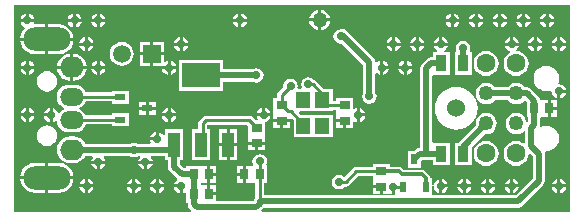
<source format=gbl>
%FSTAX23Y23*%
%MOIN*%
%SFA1B1*%

%IPPOS*%
%ADD14C,0.011810*%
%ADD15C,0.010000*%
%ADD16R,0.037400X0.027560*%
%ADD17R,0.027560X0.037400*%
%ADD37C,0.019680*%
%ADD39C,0.059060*%
%ADD40R,0.059060X0.059060*%
%ADD41C,0.062990*%
%ADD42C,0.049210*%
%ADD43C,0.060000*%
%ADD44O,0.078740X0.068900*%
%ADD45O,0.078740X0.059060*%
%ADD46O,0.157480X0.078740*%
%ADD47C,0.027560*%
%ADD48C,0.050000*%
%ADD49R,0.037400X0.055120*%
%ADD50R,0.023620X0.035430*%
%ADD51R,0.035430X0.023620*%
%ADD52R,0.047240X0.055120*%
%ADD53R,0.127950X0.084650*%
%ADD54R,0.039370X0.084650*%
%LNmidi_stick-1*%
%LPD*%
G36*
X04605Y0259D02*
X03577D01*
X03575Y02595*
X03584Y02603*
X03585Y02604*
X04431*
X04439Y02606*
X04445Y0261*
X04514Y02679*
X04518Y02685*
X0452Y02693*
Y02784*
X04519Y02788*
X04523Y02792*
X04525Y02792*
X04535Y02794*
X04546Y02798*
X04555Y02804*
X04561Y02813*
X04566Y02824*
X04567Y02835*
X04566Y02845*
X04561Y02856*
X04555Y02865*
X04546Y02871*
X04535Y02876*
X04525Y02877*
X04514Y02876*
X04508Y02873*
X04504Y02877*
X04504Y02879*
Y02902*
X04508Y02906*
X04511*
X04513*
X0453*
Y02935*
Y02963*
X04513*
X04511*
X04508*
X04506*
X04504*
X04503Y02968*
X04498Y02974*
X04474Y02999*
X04467Y03003*
X0446Y03005*
X04453*
X04449Y03009*
X04442Y03015*
X04434Y03018*
X04425Y03019*
X04415Y03018*
X04407Y03015*
X044Y03009*
X04396Y03005*
X04353*
X04349Y03009*
X04342Y03015*
X04334Y03018*
X04325Y03019*
X04315Y03018*
X04307Y03015*
X043Y03009*
X04294Y03002*
X04291Y02994*
X0429Y02985*
X04291Y02975*
X04294Y02967*
X043Y0296*
X04307Y02954*
X04315Y02951*
X04325Y0295*
X04334Y02951*
X04342Y02954*
X04349Y0296*
X04353Y02964*
X04396*
X044Y0296*
X04407Y02954*
X04415Y02951*
X04425Y0295*
X04434Y02951*
X04442Y02954*
X04449Y0296*
X0445Y0296*
X04455Y02961*
X0446Y02955*
Y02906*
X04464*
Y0289*
X04459Y0289*
X04458Y02894*
X04455Y02902*
X04449Y02909*
X04442Y02915*
X04434Y02918*
X04425Y02919*
X04415Y02918*
X04407Y02915*
X044Y02909*
X04394Y02902*
X04391Y02894*
X0439Y02885*
X04391Y02875*
X04394Y02867*
X044Y0286*
X04407Y02854*
X04415Y02851*
X04425Y0285*
X04434Y02851*
X04442Y02854*
X04449Y0286*
X0445Y0286*
X04454Y02859*
Y0282*
X04449Y02818*
X04445Y02821*
X04435Y02825*
X04425Y02826*
X04414Y02825*
X04404Y02821*
X04395Y02814*
X04388Y02805*
X04384Y02795*
X04383Y02785*
X04384Y02774*
X04388Y02764*
X04395Y02755*
X04404Y02748*
X04414Y02744*
X04425Y02743*
X04435Y02744*
X04445Y02748*
X04454Y02755*
X04461Y02764*
X04465Y02774*
X04466Y02782*
X04471Y02784*
X04479Y02776*
Y02701*
X04423Y02645*
X04148*
X04144Y02647*
Y0265*
Y02675*
X04149Y02676*
X04149Y02673*
X0415Y02667*
X04156Y0266*
X04163Y02654*
X04168Y02653*
Y02677*
Y027*
X04163Y02699*
X04156Y02694*
X0415Y02686*
X04149Y0268*
X04149Y02678*
X04144Y02678*
Y02702*
X04138*
Y02702*
X04137Y02708*
X04133Y02714*
X04121Y02726*
X04116Y02729*
X0411Y02731*
X04051*
X04045Y02737*
X0404Y0274*
X04034Y02741*
X04003*
Y02749*
X03946*
Y0274*
X03891*
X03886Y02739*
X03881Y02736*
X03851Y02707*
X0385Y02707*
X03842Y02712*
X03833Y02714*
X03824Y02712*
X03816Y02707*
X0381Y02699*
X03809Y0269*
X0381Y0268*
X03816Y02672*
X03824Y02667*
X03833Y02665*
X03842Y02667*
X0385Y02672*
X03851Y02674*
X03856*
X03862Y02675*
X03867Y02679*
X03898Y0271*
X03946*
Y02701*
Y02698*
Y02679*
X03975*
Y02674*
X0398*
Y0265*
X04003*
X04008Y02651*
X0401Y02651*
Y02674*
X0402*
Y02647*
X04021Y02646*
X04021Y02646*
X0402Y02645*
X03585*
Y02686*
X03593*
Y02743*
X03591Y02748*
X03592Y02749*
X03594Y02758*
X03592Y02767*
X03587Y02775*
X03579Y02781*
X0357Y02782*
X0356Y02781*
X03552Y02775*
X03547Y02767*
X03545Y02758*
X03547Y02749*
X03548Y02748*
X03546Y02743*
X03542*
X03541*
X03523*
Y02715*
Y02686*
X03541*
X03542*
X03546*
X03547*
X03554*
Y02637*
X03551Y02632*
X0355Y02626*
X03548Y02625*
X03424*
Y02645*
X034*
Y0265*
X03395*
Y02678*
X03376*
X03374*
X03373Y02679*
X03372Y02686*
X03373Y02686*
X03376*
X03378*
X03395*
Y02715*
Y02743*
X03378*
X03376*
X03373*
X03371*
X03325*
Y02735*
X03318*
X03304Y02748*
Y02762*
X03314*
Y02867*
X03254*
Y02846*
X03249Y02845*
X03245Y02851*
X03237Y02857*
X03233Y02857*
Y02834*
X03228*
Y02829*
X03205*
X03205Y02825*
X03207Y02822*
X03205Y02817*
X03162*
X03159Y02819*
X0315Y02821*
X0314Y02819*
X03137Y02817*
X02987*
X02986Y02819*
X02979Y02828*
X0297Y02836*
X02959Y0284*
X02948Y02842*
X02938*
X02926Y0284*
X02915Y02836*
X02906Y02828*
X02899Y02819*
X02894Y02808*
X02893Y02797*
X02894Y02785*
X02899Y02774*
X02906Y02765*
X02915Y02758*
X02926Y02753*
X02938Y02752*
X02948*
X02959Y02753*
X0297Y02758*
X02979Y02765*
X02986Y02774*
X02987Y02776*
X03011*
X03013Y02771*
X03009Y02765*
X03008Y0276*
X03054*
X03053Y02765*
X03049Y02771*
X03051Y02776*
X03137*
X0314Y02774*
X0315Y02772*
X03159Y02774*
X03162Y02776*
X03169*
X03171Y02771*
X03166Y02765*
X03165Y0276*
X03212*
X03211Y02765*
X03206Y02771*
X03208Y02776*
X03254*
Y02762*
X03264*
Y0274*
X03265Y02732*
X0327Y02726*
X03293Y02702*
X03293Y02696*
X03289Y02694*
X03284Y02686*
X03283Y02682*
X03307*
Y02677*
X03312*
Y02653*
X03316Y02654*
X0332Y02657*
X03325Y02654*
Y02621*
X03329*
Y02615*
X0333Y02607*
X03335Y02601*
X03341Y02595*
X03339Y0259*
X0275*
Y0328*
X04605*
Y0259*
G37*
%LNmidi_stick-2*%
%LPC*%
G36*
X03775Y03264D02*
Y03235D01*
X03804*
X03804Y03239*
X038Y03247*
X03794Y03254*
X03787Y0326*
X03779Y03264*
X03775Y03264*
G37*
G36*
X03765D02*
X0376Y03264D01*
X03752Y0326*
X03745Y03254*
X03739Y03247*
X03735Y03239*
X03735Y03235*
X03765*
Y03264*
G37*
G36*
X04532Y03251D02*
Y03233D01*
X0455*
X04549Y03237*
X04544Y03245*
X04536Y0325*
X04532Y03251*
G37*
G36*
X04522D02*
X04518Y0325D01*
X0451Y03245*
X04505Y03237*
X04504Y03233*
X04522*
Y03251*
G37*
G36*
X04453D02*
Y03233D01*
X04472*
X04471Y03237*
X04465Y03245*
X04458Y0325*
X04453Y03251*
G37*
G36*
X04443D02*
X04439Y0325D01*
X04431Y03245*
X04426Y03237*
X04425Y03233*
X04443*
Y03251*
G37*
G36*
X04375D02*
Y03233D01*
X04393*
X04392Y03237*
X04387Y03245*
X04379Y0325*
X04375Y03251*
G37*
G36*
X04365D02*
X0436Y0325D01*
X04352Y03245*
X04347Y03237*
X04346Y03233*
X04365*
Y03251*
G37*
G36*
X04296D02*
Y03233D01*
X04314*
X04313Y03237*
X04308Y03245*
X043Y0325*
X04296Y03251*
G37*
G36*
X04286D02*
X04282Y0325D01*
X04274Y03245*
X04268Y03237*
X04268Y03233*
X04286*
Y03251*
G37*
G36*
X04217D02*
Y03233D01*
X04235*
X04235Y03237*
X04229Y03245*
X04221Y0325*
X04217Y03251*
G37*
G36*
X04207D02*
X04203Y0325D01*
X04195Y03245*
X0419Y03237*
X04189Y03233*
X04207*
Y03251*
G37*
G36*
X03508D02*
Y03233D01*
X03527*
X03526Y03237*
X03521Y03245*
X03513Y0325*
X03508Y03251*
G37*
G36*
X03498D02*
X03494Y0325D01*
X03486Y03245*
X03481Y03237*
X0348Y03233*
X03498*
Y03251*
G37*
G36*
X03036D02*
Y03233D01*
X03054*
X03053Y03237*
X03048Y03245*
X0304Y0325*
X03036Y03251*
G37*
G36*
X03026D02*
X03022Y0325D01*
X03014Y03245*
X03009Y03237*
X03008Y03233*
X03026*
Y03251*
G37*
G36*
X02957D02*
Y03233D01*
X02976*
X02975Y03237*
X02969Y03245*
X02962Y0325*
X02957Y03251*
G37*
G36*
X02947D02*
X02943Y0325D01*
X02935Y03245*
X0293Y03237*
X02929Y03233*
X02947*
Y03251*
G37*
G36*
X028D02*
Y03233D01*
X02818*
X02817Y03237*
X02812Y03245*
X02804Y0325*
X028Y03251*
G37*
G36*
X0279D02*
X02786Y0325D01*
X02778Y03245*
X02772Y03237*
X02772Y03233*
X0279*
Y03251*
G37*
G36*
X0455Y03223D02*
X04532D01*
Y03205*
X04536Y03205*
X04544Y03211*
X04549Y03219*
X0455Y03223*
G37*
G36*
X04522D02*
X04504D01*
X04505Y03219*
X0451Y03211*
X04518Y03205*
X04522Y03205*
Y03223*
G37*
G36*
X04472D02*
X04453D01*
Y03205*
X04458Y03205*
X04465Y03211*
X04471Y03219*
X04472Y03223*
G37*
G36*
X04443D02*
X04425D01*
X04426Y03219*
X04431Y03211*
X04439Y03205*
X04443Y03205*
Y03223*
G37*
G36*
X04393D02*
X04375D01*
Y03205*
X04379Y03205*
X04387Y03211*
X04392Y03219*
X04393Y03223*
G37*
G36*
X04365D02*
X04346D01*
X04347Y03219*
X04352Y03211*
X0436Y03205*
X04365Y03205*
Y03223*
G37*
G36*
X04314D02*
X04296D01*
Y03205*
X043Y03205*
X04308Y03211*
X04313Y03219*
X04314Y03223*
G37*
G36*
X04286D02*
X04268D01*
X04268Y03219*
X04274Y03211*
X04282Y03205*
X04286Y03205*
Y03223*
G37*
G36*
X04235D02*
X04217D01*
Y03205*
X04221Y03205*
X04229Y03211*
X04235Y03219*
X04235Y03223*
G37*
G36*
X04207D02*
X04189D01*
X0419Y03219*
X04195Y03211*
X04203Y03205*
X04207Y03205*
Y03223*
G37*
G36*
X03527D02*
X03508D01*
Y03205*
X03513Y03205*
X03521Y03211*
X03526Y03219*
X03527Y03223*
G37*
G36*
X03498D02*
X0348D01*
X03481Y03219*
X03486Y03211*
X03494Y03205*
X03498Y03205*
Y03223*
G37*
G36*
X03054D02*
X03036D01*
Y03205*
X0304Y03205*
X03048Y03211*
X03053Y03219*
X03054Y03223*
G37*
G36*
X03026D02*
X03008D01*
X03009Y03219*
X03014Y03211*
X03022Y03205*
X03026Y03205*
Y03223*
G37*
G36*
X02976D02*
X02957D01*
Y03205*
X02962Y03205*
X02969Y03211*
X02975Y03219*
X02976Y03223*
G37*
G36*
X02947D02*
X02929D01*
X0293Y03219*
X02935Y03211*
X02943Y03205*
X02947Y03205*
Y03223*
G37*
G36*
X03845Y032D02*
X0384Y03199D01*
X0384*
X0383Y03197*
X03822Y03192*
X03817Y03184*
X03815Y03175*
X03817Y03165*
X03822Y03157*
X0383Y03152*
X0384Y0315*
X03844Y03151*
X03914Y03081*
Y02987*
X03912Y02984*
X0391Y02975*
X03912Y02965*
X03917Y02957*
X03925Y02952*
X03935Y0295*
X03944Y02952*
X03952Y02957*
X03957Y02965*
X03959Y02975*
X03957Y02984*
X03955Y02987*
Y03051*
X0396Y03053*
X03967Y03048*
X03971Y03047*
Y0307*
Y03094*
X03967Y03093*
X0396Y03088*
X03956Y03089*
X03955Y0309*
X03953Y03097*
X03949Y03104*
X03859Y03194*
X03852Y03198*
X03845Y032*
G37*
G36*
X03804Y03225D02*
X03775D01*
Y03195*
X03779Y03195*
X03787Y03199*
X03794Y03205*
X038Y03212*
X03804Y0322*
X03804Y03225*
G37*
G36*
X03765D02*
X03735D01*
X03735Y0322*
X03739Y03212*
X03745Y03205*
X03752Y03199*
X0376Y03195*
X03765Y03195*
Y03225*
G37*
G36*
X02899Y03215D02*
X02865D01*
Y0317*
X02948*
X02947Y03178*
X02942Y0319*
X02935Y032*
X02924Y03208*
X02912Y03213*
X02899Y03215*
G37*
G36*
X02818Y03223D02*
X02772D01*
X02772Y03219*
X02778Y03211*
X02785Y03206*
X02786Y03201*
X02785Y032*
X02777Y0319*
X02772Y03178*
X02771Y0317*
X02855*
Y03215*
X02821*
X0282Y03215*
X02817Y03219*
X02818Y03223*
G37*
G36*
X04571Y03172D02*
Y03154D01*
X0459*
X04589Y03158*
X04584Y03166*
X04576Y03172*
X04571Y03172*
G37*
G36*
X04561D02*
X04557Y03172D01*
X04549Y03166*
X04544Y03158*
X04543Y03154*
X04561*
Y03172*
G37*
G36*
X04493D02*
Y03154D01*
X04511*
X0451Y03158*
X04505Y03166*
X04497Y03172*
X04493Y03172*
G37*
G36*
X04483D02*
X04478Y03172D01*
X04471Y03166*
X04465Y03158*
X04464Y03154*
X04483*
Y03172*
G37*
G36*
X04414D02*
Y03154D01*
X04432*
X04431Y03158*
X04426Y03166*
X04418Y03172*
X04414Y03172*
G37*
G36*
X04404D02*
X044Y03172D01*
X04392Y03166*
X04387Y03158*
X04386Y03154*
X04404*
Y03172*
G37*
G36*
X04178D02*
Y03154D01*
X04196*
X04195Y03158*
X0419Y03166*
X04182Y03172*
X04178Y03172*
G37*
G36*
X04168D02*
X04163Y03172D01*
X04156Y03166*
X0415Y03158*
X04149Y03154*
X04168*
Y03172*
G37*
G36*
X04099D02*
Y03154D01*
X04117*
X04116Y03158*
X04111Y03166*
X04103Y03172*
X04099Y03172*
G37*
G36*
X04089D02*
X04085Y03172D01*
X04077Y03166*
X04072Y03158*
X04071Y03154*
X04089*
Y03172*
G37*
G36*
X0402D02*
Y03154D01*
X04039*
X04038Y03158*
X04032Y03166*
X04025Y03172*
X0402Y03172*
G37*
G36*
X0401D02*
X04006Y03172D01*
X03998Y03166*
X03993Y03158*
X03992Y03154*
X0401*
Y03172*
G37*
G36*
X03312D02*
Y03154D01*
X0333*
X03329Y03158*
X03324Y03166*
X03316Y03172*
X03312Y03172*
G37*
G36*
X03302D02*
X03297Y03172D01*
X03289Y03166*
X03284Y03158*
X03283Y03154*
X03302*
Y03172*
G37*
G36*
X02997D02*
Y03154D01*
X03015*
X03014Y03158*
X03009Y03166*
X03001Y03172*
X02997Y03172*
G37*
G36*
X02987D02*
X02982Y03172D01*
X02974Y03166*
X02969Y03158*
X02968Y03154*
X02987*
Y03172*
G37*
G36*
X0333Y03144D02*
X03312D01*
Y03126*
X03316Y03127*
X03324Y03132*
X03329Y0314*
X0333Y03144*
G37*
G36*
X03302D02*
X03283D01*
X03284Y0314*
X03289Y03132*
X03297Y03127*
X03302Y03126*
Y03144*
G37*
G36*
X03015D02*
X02997D01*
Y03126*
X03001Y03127*
X03009Y03132*
X03014Y0314*
X03015Y03144*
G37*
G36*
X02987D02*
X02968D01*
X02969Y0314*
X02974Y03132*
X02982Y03127*
X02987Y03126*
Y03144*
G37*
G36*
X0459D02*
X04571D01*
Y03126*
X04576Y03127*
X04584Y03132*
X04589Y0314*
X0459Y03144*
G37*
G36*
X04561D02*
X04543D01*
X04544Y0314*
X04549Y03132*
X04557Y03127*
X04561Y03126*
Y03144*
G37*
G36*
X04511D02*
X04493D01*
Y03126*
X04497Y03127*
X04505Y03132*
X0451Y0314*
X04511Y03144*
G37*
G36*
X04483D02*
X04464D01*
X04465Y0314*
X04471Y03132*
X04478Y03127*
X04483Y03126*
Y03144*
G37*
G36*
X04117D02*
X04099D01*
Y03126*
X04103Y03127*
X04111Y03132*
X04116Y0314*
X04117Y03144*
G37*
G36*
X04089D02*
X04071D01*
X04072Y0314*
X04077Y03132*
X04085Y03127*
X04089Y03126*
Y03144*
G37*
G36*
X04039D02*
X0402D01*
Y03126*
X04025Y03127*
X04032Y03132*
X04038Y0314*
X04039Y03144*
G37*
G36*
X0401D02*
X03992D01*
X03993Y0314*
X03998Y03132*
X04006Y03127*
X0401Y03126*
Y03144*
G37*
G36*
X03249Y03156D02*
X03215D01*
Y03122*
X03249*
Y03156*
G37*
G36*
X03205D02*
X0317D01*
Y03122*
X03205*
Y03156*
G37*
G36*
X02948Y0316D02*
X02865D01*
Y03115*
X02899*
X02912Y03117*
X02924Y03122*
X02935Y0313*
X02942Y0314*
X02947Y03152*
X02948Y0316*
G37*
G36*
X02855D02*
X02771D01*
X02772Y03152*
X02777Y0314*
X02785Y0313*
X02796Y03122*
X02808Y03117*
X02821Y03115*
X02855*
Y0316*
G37*
G36*
X02948Y03117D02*
Y03077D01*
X02992*
X02991Y03084*
X02986Y03095*
X02979Y03104*
X0297Y03111*
X02959Y03116*
X02948Y03117*
G37*
G36*
X02938D02*
X02926Y03116D01*
X02915Y03111*
X02906Y03104*
X02899Y03095*
X02894Y03084*
X02894Y03077*
X02938*
Y03117*
G37*
G36*
X03205Y03112D02*
X0317D01*
Y03077*
X03205*
Y03112*
G37*
G36*
X0311Y03157D02*
X03099Y03155D01*
X0309Y03151*
X03081Y03145*
X03075Y03137*
X03071Y03127*
X0307Y03117*
X03071Y03106*
X03075Y03097*
X03081Y03088*
X0309Y03082*
X03099Y03078*
X0311Y03077*
X0312Y03078*
X03129Y03082*
X03138Y03088*
X03144Y03097*
X03148Y03106*
X03149Y03117*
X03148Y03127*
X03144Y03137*
X03138Y03145*
X03129Y03151*
X0312Y03155*
X0311Y03157*
G37*
G36*
X0406Y03094D02*
Y03075D01*
X04078*
X04077Y0308*
X04072Y03088*
X04064Y03093*
X0406Y03094*
G37*
G36*
X0405D02*
X04045Y03093D01*
X04037Y03088*
X04032Y0308*
X04031Y03075*
X0405*
Y03094*
G37*
G36*
X03981D02*
Y03075D01*
X03999*
X03998Y0308*
X03993Y03088*
X03985Y03093*
X03981Y03094*
G37*
G36*
X03272D02*
Y03075D01*
X0329*
X0329Y0308*
X03284Y03088*
X03277Y03093*
X03272Y03094*
G37*
G36*
X03249Y03112D02*
X03215D01*
Y03077*
X0324*
X03242Y03075*
X03262*
Y03094*
X03258Y03093*
X03254Y0309*
X03249Y03093*
Y03112*
G37*
G36*
X03036Y03094D02*
Y03075D01*
X03054*
X03053Y0308*
X03048Y03088*
X0304Y03093*
X03036Y03094*
G37*
G36*
X03026D02*
X03022Y03093D01*
X03014Y03088*
X03009Y0308*
X03008Y03075*
X03026*
Y03094*
G37*
G36*
X028D02*
Y03075D01*
X02818*
X02817Y0308*
X02812Y03088*
X02804Y03093*
X028Y03094*
G37*
G36*
X0279D02*
X02786Y03093D01*
X02778Y03088*
X02772Y0308*
X02772Y03075*
X0279*
Y03094*
G37*
G36*
X04078Y03065D02*
X0406D01*
Y03047*
X04064Y03048*
X04072Y03053*
X04077Y03061*
X04078Y03065*
G37*
G36*
X0405D02*
X04031D01*
X04032Y03061*
X04037Y03053*
X04045Y03048*
X0405Y03047*
Y03065*
G37*
G36*
X03999D02*
X03981D01*
Y03047*
X03985Y03048*
X03993Y03053*
X03998Y03061*
X03999Y03065*
G37*
G36*
X0329D02*
X03272D01*
Y03047*
X03277Y03048*
X03284Y03053*
X0329Y03061*
X0329Y03065*
G37*
G36*
X03262D02*
X03244D01*
X03245Y03061*
X0325Y03053*
X03258Y03048*
X03262Y03047*
Y03065*
G37*
G36*
X03054D02*
X03036D01*
Y03047*
X0304Y03048*
X03048Y03053*
X03053Y03061*
X03054Y03065*
G37*
G36*
X03026D02*
X03008D01*
X03009Y03061*
X03014Y03053*
X03022Y03048*
X03026Y03047*
Y03065*
G37*
G36*
X02818D02*
X028D01*
Y03047*
X02804Y03048*
X02812Y03053*
X02817Y03061*
X02818Y03065*
G37*
G36*
X0279D02*
X02772D01*
X02772Y03061*
X02778Y03053*
X02786Y03048*
X0279Y03047*
Y03065*
G37*
G36*
X04246Y03161D02*
X04237Y03159D01*
X04229Y03154*
X04224Y03146*
X04222Y03137*
X04224Y03127*
X04224Y03127*
X04222Y03122*
X04219*
Y03047*
X04276*
Y03122*
X04271*
X04269Y03127*
X04269Y03127*
X04271Y03137*
X04269Y03146*
X04264Y03154*
X04256Y03159*
X04246Y03161*
G37*
G36*
X04432Y03144D02*
X04386D01*
X04387Y0314*
X04392Y03132*
X044Y03127*
X04403Y03126*
X04404Y03121*
X04404Y03121*
X04395Y03114*
X04388Y03105*
X04384Y03095*
X04383Y03085*
X04384Y03074*
X04388Y03064*
X04395Y03055*
X04404Y03048*
X04414Y03044*
X04425Y03043*
X04435Y03044*
X04445Y03048*
X04454Y03055*
X04461Y03064*
X04465Y03074*
X04466Y03085*
X04465Y03095*
X04461Y03105*
X04454Y03114*
X04445Y03121*
X04435Y03125*
X04426Y03126*
X04425Y03131*
X04426Y03132*
X04431Y0314*
X04432Y03144*
G37*
G36*
X04325Y03126D02*
X04314Y03125D01*
X04304Y03121*
X04295Y03114*
X04288Y03105*
X04284Y03095*
X04283Y03085*
X04284Y03074*
X04288Y03064*
X04295Y03055*
X04304Y03048*
X04314Y03044*
X04325Y03043*
X04335Y03044*
X04345Y03048*
X04354Y03055*
X04361Y03064*
X04365Y03074*
X04366Y03085*
X04365Y03095*
X04361Y03105*
X04354Y03114*
X04345Y03121*
X04335Y03125*
X04325Y03126*
G37*
G36*
X02992Y03067D02*
X02948D01*
Y03027*
X02959Y03029*
X0297Y03033*
X02979Y03041*
X02986Y0305*
X02991Y03061*
X02992Y03067*
G37*
G36*
X02938D02*
X02894D01*
X02894Y03061*
X02899Y0305*
X02906Y03041*
X02915Y03033*
X02926Y03029*
X02938Y03027*
Y03067*
G37*
G36*
X03448Y03097D02*
X03301D01*
Y02992*
X03448*
Y03024*
X03545*
X03549Y03022*
X03558Y0302*
X03567Y03022*
X03575Y03027*
X0358Y03035*
X03582Y03045*
X0358Y03054*
X03575Y03062*
X03567Y03067*
X03558Y03069*
X03549Y03067*
X03546Y03065*
X03448*
Y03097*
G37*
G36*
X03731Y03039D02*
X03722Y03037D01*
X03714Y03032*
X03709Y03024*
X03707Y03015*
X03709Y03005*
X03709Y03005*
X03707Y03*
X03699*
X03695Y03004*
X03697Y0301*
X03695Y03019*
X03689Y03027*
X03682Y03032*
X03672Y03034*
X03663Y03032*
X03655Y03027*
X0365Y03019*
X03648Y0301*
X03648Y03007*
X03631Y0299*
X03628Y02985*
X03626Y02979*
Y02969*
X03613*
Y02923*
Y02921*
Y02918*
Y02899*
X0367*
Y029*
X03675Y02902*
X03682Y02896*
Y02839*
X03812*
Y02914*
X03707*
X037Y02921*
X03702Y02925*
X03812*
Y0293*
X03823*
Y02921*
Y02918*
Y02916*
Y02899*
X03852*
Y02894*
X03857*
Y0287*
X0388*
Y0289*
X03885Y02893*
X03888Y0289*
X03892Y0289*
Y02913*
Y02936*
X03888Y02935*
X03885Y02933*
X0388Y02936*
Y02969*
X03823*
Y0296*
X03812*
Y03*
X03782*
X03757Y03026*
X03752Y03029*
X0375Y03029*
X03748Y03032*
X0374Y03037*
X03731Y03039*
G37*
G36*
X0286Y03059D02*
X02851Y03058D01*
X02843Y03054*
X02836Y03049*
X02831Y03042*
X02827Y03034*
X02826Y03025*
X02827Y03016*
X02831Y03008*
X02836Y03001*
X02843Y02996*
X02851Y02992*
X0286Y02991*
X02869Y02992*
X02877Y02996*
X02884Y03001*
X02889Y03008*
X02893Y03016*
X02894Y03025*
X02893Y03034*
X02889Y03042*
X02884Y03049*
X02877Y03054*
X02869Y03058*
X0286Y03059*
G37*
G36*
X0459Y02987D02*
X04571D01*
Y02968*
X04576Y02969*
X04584Y02974*
X04589Y02982*
X0459Y02987*
G37*
G36*
X04525Y03077D02*
X04514Y03076D01*
X04503Y03071*
X04494Y03065*
X04488Y03056*
X04484Y03045*
X04482Y03035*
X04484Y03024*
X04488Y03013*
X04494Y03004*
X04503Y02998*
X04514Y02994*
X04525Y02992*
X04535Y02994*
X04538Y02995*
X0454Y02994*
X04542Y02991*
X04544Y02982*
X04549Y02974*
X04557Y02969*
X04561Y02968*
Y02992*
X04566*
Y02997*
X0459*
X04589Y03001*
X04584Y03009*
X04576Y03014*
X04568Y03016*
X04564Y0302*
X04566Y03024*
X04567Y03035*
X04566Y03045*
X04561Y03056*
X04555Y03065*
X04546Y03071*
X04535Y03076*
X04525Y03077*
G37*
G36*
X02952Y03014D02*
X02933D01*
X02922Y03012*
X02913Y03008*
X02905Y03002*
X02898Y02994*
X02894Y02984*
X02893Y02974*
X02894Y02964*
X02898Y02954*
X02905Y02946*
X02913Y02939*
X02918Y02937*
Y02932*
X02913Y0293*
X02905Y02923*
X02902Y02919*
X02896Y02921*
X02896Y02922*
X02891Y0293*
X02883Y02935*
X02879Y02936*
Y02913*
Y0289*
X02883Y0289*
X02888Y02894*
X02893Y02892*
X02894Y02885*
X02898Y02875*
X02905Y02867*
X02913Y02861*
X02922Y02857*
X02933Y02855*
X02952*
X02963Y02857*
X02972Y02861*
X02981Y02867*
X02987Y02875*
X0299Y02882*
X03077*
Y02875*
X03132*
Y02919*
X03077*
Y02912*
X02988*
X02987Y02915*
X02981Y02923*
X02972Y0293*
X02967Y02932*
Y02937*
X02972Y02939*
X02981Y02946*
X02987Y02954*
X02989Y02959*
X03077*
Y0295*
X03132*
Y02994*
X03077*
Y02989*
X02989*
X02987Y02994*
X02981Y03002*
X02972Y03008*
X02963Y03012*
X02952Y03014*
G37*
G36*
X0454Y02963D02*
Y0294D01*
X04559*
Y02963*
X0454*
G37*
G36*
X03222Y02956D02*
X032D01*
Y0294*
X03222*
Y02956*
G37*
G36*
X0319D02*
X03167D01*
Y0294*
X0319*
Y02956*
G37*
G36*
X03902Y02936D02*
Y02918D01*
X0392*
X0392Y02922*
X03914Y0293*
X03906Y02935*
X03902Y02936*
G37*
G36*
X03587D02*
Y02918D01*
X03605*
X03605Y02922*
X03599Y0293*
X03591Y02935*
X03587Y02936*
G37*
G36*
X03577D02*
X03573Y02935D01*
X03565Y0293*
X0356Y02922*
X03559Y02918*
X03577*
Y02936*
G37*
G36*
X03272D02*
Y02918D01*
X0329*
X0329Y02922*
X03284Y0293*
X03277Y02935*
X03272Y02936*
G37*
G36*
X03262D02*
X03258Y02935D01*
X0325Y0293*
X03245Y02922*
X03244Y02918*
X03262*
Y02936*
G37*
G36*
X02869D02*
X02864Y02935D01*
X02856Y0293*
X02851Y02922*
X0285Y02918*
X02869*
Y02936*
G37*
G36*
X028D02*
Y02918D01*
X02818*
X02817Y02922*
X02812Y0293*
X02804Y02935*
X028Y02936*
G37*
G36*
X0279D02*
X02786Y02935D01*
X02778Y0293*
X02772Y02922*
X02772Y02918*
X0279*
Y02936*
G37*
G36*
X03222Y0293D02*
X032D01*
Y02913*
X03222*
Y0293*
G37*
G36*
X0319D02*
X03167D01*
Y02913*
X0319*
Y0293*
G37*
G36*
X04559D02*
X0454D01*
Y02906*
X04559*
Y0293*
G37*
G36*
X0329Y02908D02*
X03272D01*
Y0289*
X03277Y0289*
X03284Y02896*
X0329Y02904*
X0329Y02908*
G37*
G36*
X03262D02*
X03244D01*
X03245Y02904*
X0325Y02896*
X03258Y0289*
X03262Y0289*
Y02908*
G37*
G36*
X02869D02*
X0285D01*
X02851Y02904*
X02856Y02896*
X02864Y0289*
X02869Y0289*
Y02908*
G37*
G36*
X02818D02*
X028D01*
Y0289*
X02804Y0289*
X02812Y02896*
X02817Y02904*
X02818Y02908*
G37*
G36*
X0279D02*
X02772D01*
X02772Y02904*
X02778Y02896*
X02786Y0289*
X0279Y0289*
Y02908*
G37*
G36*
X0392D02*
X03902D01*
Y0289*
X03906Y0289*
X03914Y02896*
X0392Y02904*
X0392Y02908*
G37*
G36*
X03847Y02889D02*
X03823D01*
Y0287*
X03847*
Y02889*
G37*
G36*
X0367D02*
X03647D01*
Y0287*
X0367*
Y02889*
G37*
G36*
X03637D02*
X03613D01*
Y0287*
X03637*
Y02889*
G37*
G36*
X04225Y03006D02*
X04211Y03005D01*
X04197Y03*
X04185Y02994*
X04174Y02985*
X04165Y02974*
X04159Y02962*
X04155Y02948*
X04153Y02935*
X04155Y02921*
X04159Y02907*
X04165Y02895*
X04174Y02884*
X04185Y02875*
X04197Y02869*
X04211Y02865*
X04225Y02863*
X04238Y02865*
X04252Y02869*
X04264Y02875*
X04275Y02884*
X04284Y02895*
X0429Y02907*
X04295Y02921*
X04296Y02935*
X04295Y02948*
X0429Y02962*
X04284Y02974*
X04275Y02985*
X04264Y02994*
X04252Y03*
X04238Y03005*
X04225Y03006*
G37*
G36*
X04325Y02919D02*
X04315Y02918D01*
X04307Y02915*
X043Y02909*
X04294Y02902*
X04291Y02894*
X0429Y02885*
X0429Y02879*
X04233Y02822*
X04233Y02821*
X04219*
Y02746*
X04276*
Y02807*
X04319Y0285*
X04325Y0285*
X04334Y02851*
X04342Y02854*
X04349Y0286*
X04355Y02867*
X04358Y02875*
X04359Y02885*
X04358Y02894*
X04355Y02902*
X04349Y02909*
X04342Y02915*
X04334Y02918*
X04325Y02919*
G37*
G36*
X03223Y02857D02*
X03219Y02857D01*
X03211Y02851*
X03205Y02843*
X03205Y02839*
X03223*
Y02857*
G37*
G36*
X03535Y0291D02*
X0339D01*
X03384Y02909*
X03379Y02905*
X03369Y02895*
X03365Y0289*
X03364Y02885*
Y02867*
X03345*
Y02762*
X03404*
Y02867*
X03395*
Y02878*
X03396Y02879*
X03527*
X03531Y02875*
Y02848*
Y02846*
Y02843*
Y02841*
Y02824*
X03588*
Y02841*
Y02843*
Y02846*
Y02848*
Y0289*
X03591Y0289*
X03599Y02896*
X03605Y02904*
X03605Y02908*
X03559*
X0356Y02904*
X03562Y02901*
X03559Y02896*
X03556Y02895*
X03546Y02905*
X03541Y02909*
X03535Y0291*
G37*
G36*
X03495Y02867D02*
X0347D01*
Y02819*
X03495*
Y02867*
G37*
G36*
X0346D02*
X03435D01*
Y02819*
X0346*
Y02867*
G37*
G36*
X0286Y02878D02*
X02851Y02877D01*
X02843Y02873*
X02836Y02868*
X02831Y02861*
X02827Y02853*
X02826Y02844*
X02827Y02835*
X02831Y02827*
X02836Y0282*
X02843Y02815*
X02851Y02811*
X0286Y0281*
X02869Y02811*
X02877Y02815*
X02884Y0282*
X02889Y02827*
X02893Y02835*
X02894Y02844*
X02893Y02853*
X02889Y02861*
X02884Y02868*
X02877Y02873*
X02869Y02877*
X0286Y02878*
G37*
G36*
X03588Y02814D02*
X03565D01*
Y02795*
X03588*
Y02814*
G37*
G36*
X03555D02*
X03531D01*
Y02795*
X03555*
Y02814*
G37*
G36*
X03495Y02809D02*
X0347D01*
Y02762*
X03495*
Y02809*
G37*
G36*
X0346D02*
X03435D01*
Y02762*
X0346*
Y02809*
G37*
G36*
X04196Y03144D02*
X04149D01*
X0415Y0314*
X04156Y03132*
X04159Y0313*
X0416Y03123*
X04159Y03122*
X04146*
Y03105*
X0414*
X04133Y03103*
X04126Y03099*
X0411Y03083*
X04106Y03076*
X04104Y03069*
Y02804*
X04104*
X04096Y02803*
X04089Y02798*
X04084Y02792*
X04063*
Y02737*
X04106*
Y02758*
X04112Y02764*
X04146*
Y02746*
X04203*
Y02821*
X04146*
X04145Y02826*
Y03042*
X04146Y03047*
X04203*
Y03122*
X04186*
X04185Y03123*
X04187Y0313*
X0419Y03132*
X04195Y0314*
X04196Y03144*
G37*
G36*
X04325Y02826D02*
X04314Y02825D01*
X04304Y02821*
X04295Y02814*
X04288Y02805*
X04284Y02795*
X04283Y02785*
X04284Y02774*
X04288Y02764*
X04295Y02755*
X04304Y02748*
X04314Y02744*
X04325Y02743*
X04335Y02744*
X04345Y02748*
X04354Y02755*
X04361Y02764*
X04365Y02774*
X04366Y02785*
X04365Y02795*
X04361Y02805*
X04354Y02814*
X04345Y02821*
X04335Y02825*
X04325Y02826*
G37*
G36*
X03212Y0275D02*
X03193D01*
Y02732*
X03198Y02733*
X03206Y02738*
X03211Y02746*
X03212Y0275*
G37*
G36*
X03183D02*
X03165D01*
X03166Y02746*
X03171Y02738*
X03179Y02733*
X03183Y02732*
Y0275*
G37*
G36*
X03054D02*
X03036D01*
Y02732*
X0304Y02733*
X03048Y02738*
X03053Y02746*
X03054Y0275*
G37*
G36*
X03026D02*
X03008D01*
X03009Y02746*
X03014Y02738*
X03022Y02733*
X03026Y02732*
Y0275*
G37*
G36*
X03405Y02743D02*
Y0272D01*
X03424*
Y02743*
X03405*
G37*
G36*
X03513D02*
X03495D01*
Y0272*
X03513*
Y02743*
G37*
G36*
X02899Y02754D02*
X02865D01*
Y02709*
X02948*
X02947Y02717*
X02942Y02729*
X02935Y02739*
X02924Y02747*
X02912Y02752*
X02899Y02754*
G37*
G36*
X02855D02*
X02821D01*
X02808Y02752*
X02796Y02747*
X02785Y02739*
X02777Y02729*
X02772Y02717*
X02771Y02709*
X02855*
Y02754*
G37*
G36*
X03424Y0271D02*
X03405D01*
Y02686*
X03424*
Y0271*
G37*
G36*
X03513D02*
X03495D01*
Y02686*
X03513*
Y0271*
G37*
G36*
X04571Y027D02*
Y02682D01*
X0459*
X04589Y02686*
X04584Y02694*
X04576Y02699*
X04571Y027*
G37*
G36*
X04561D02*
X04557Y02699D01*
X04549Y02694*
X04544Y02686*
X04543Y02682*
X04561*
Y027*
G37*
G36*
X04414D02*
Y02682D01*
X04432*
X04431Y02686*
X04426Y02694*
X04418Y02699*
X04414Y027*
G37*
G36*
X04404D02*
X044Y02699D01*
X04392Y02694*
X04387Y02686*
X04386Y02682*
X04404*
Y027*
G37*
G36*
X04335D02*
Y02682D01*
X04353*
X04353Y02686*
X04347Y02694*
X04339Y02699*
X04335Y027*
G37*
G36*
X04325D02*
X04321Y02699D01*
X04313Y02694*
X04308Y02686*
X04307Y02682*
X04325*
Y027*
G37*
G36*
X04256D02*
Y02682D01*
X04275*
X04274Y02686*
X04269Y02694*
X04261Y02699*
X04256Y027*
G37*
G36*
X04246D02*
X04242Y02699D01*
X04234Y02694*
X04229Y02686*
X04228Y02682*
X04246*
Y027*
G37*
G36*
X04178D02*
Y02682D01*
X04196*
X04195Y02686*
X0419Y02694*
X04182Y02699*
X04178Y027*
G37*
G36*
X03233D02*
Y02682D01*
X03251*
X0325Y02686*
X03245Y02694*
X03237Y02699*
X03233Y027*
G37*
G36*
X03223D02*
X03219Y02699D01*
X03211Y02694*
X03205Y02686*
X03205Y02682*
X03223*
Y027*
G37*
G36*
X03154D02*
Y02682D01*
X03172*
X03172Y02686*
X03166Y02694*
X03158Y02699*
X03154Y027*
G37*
G36*
X03144D02*
X0314Y02699D01*
X03132Y02694*
X03127Y02686*
X03126Y02682*
X03144*
Y027*
G37*
G36*
X02997D02*
Y02682D01*
X03015*
X03014Y02686*
X03009Y02694*
X03001Y02699*
X02997Y027*
G37*
G36*
X02987D02*
X02982Y02699D01*
X02974Y02694*
X02969Y02686*
X02968Y02682*
X02987*
Y027*
G37*
G36*
X03424Y02678D02*
X03405D01*
Y02655*
X03424*
Y02678*
G37*
G36*
X02948Y02699D02*
X02865D01*
Y02654*
X02899*
X02912Y02656*
X02924Y02661*
X02935Y02669*
X02942Y02679*
X02947Y02691*
X02948Y02699*
G37*
G36*
X02855D02*
X02771D01*
X02772Y02691*
X02777Y02679*
X02785Y02669*
X02796Y02661*
X02808Y02656*
X02821Y02654*
X02855*
Y02699*
G37*
G36*
X0459Y02672D02*
X04571D01*
Y02653*
X04576Y02654*
X04584Y0266*
X04589Y02667*
X0459Y02672*
G37*
G36*
X04561D02*
X04543D01*
X04544Y02667*
X04549Y0266*
X04557Y02654*
X04561Y02653*
Y02672*
G37*
G36*
X04432D02*
X04414D01*
Y02653*
X04418Y02654*
X04426Y0266*
X04431Y02667*
X04432Y02672*
G37*
G36*
X04404D02*
X04386D01*
X04387Y02667*
X04392Y0266*
X044Y02654*
X04404Y02653*
Y02672*
G37*
G36*
X04353D02*
X04335D01*
Y02653*
X04339Y02654*
X04347Y0266*
X04353Y02667*
X04353Y02672*
G37*
G36*
X04325D02*
X04307D01*
X04308Y02667*
X04313Y0266*
X04321Y02654*
X04325Y02653*
Y02672*
G37*
G36*
X04275D02*
X04256D01*
Y02653*
X04261Y02654*
X04269Y0266*
X04274Y02667*
X04275Y02672*
G37*
G36*
X04246D02*
X04228D01*
X04229Y02667*
X04234Y0266*
X04242Y02654*
X04246Y02653*
Y02672*
G37*
G36*
X04196D02*
X04178D01*
Y02653*
X04182Y02654*
X0419Y0266*
X04195Y02667*
X04196Y02672*
G37*
G36*
X03302D02*
X03283D01*
X03284Y02667*
X03289Y0266*
X03297Y02654*
X03302Y02653*
Y02672*
G37*
G36*
X03251D02*
X03233D01*
Y02653*
X03237Y02654*
X03245Y0266*
X0325Y02667*
X03251Y02672*
G37*
G36*
X03223D02*
X03205D01*
X03205Y02667*
X03211Y0266*
X03219Y02654*
X03223Y02653*
Y02672*
G37*
G36*
X03172D02*
X03154D01*
Y02653*
X03158Y02654*
X03166Y0266*
X03172Y02667*
X03172Y02672*
G37*
G36*
X03144D02*
X03126D01*
X03127Y02667*
X03132Y0266*
X0314Y02654*
X03144Y02653*
Y02672*
G37*
G36*
X03015D02*
X02997D01*
Y02653*
X03001Y02654*
X03009Y0266*
X03014Y02667*
X03015Y02672*
G37*
G36*
X02987D02*
X02968D01*
X02969Y02667*
X02974Y0266*
X02982Y02654*
X02987Y02653*
Y02672*
G37*
G36*
X0397Y02669D02*
X03946D01*
Y0265*
X0397*
Y02669*
G37*
%LNmidi_stick-3*%
%LPD*%
G54D14*
X03975Y02725D02*
X04034D01*
X04045Y02715*
X0411*
X04122Y02702*
Y02674D02*
Y02702D01*
G54D15*
X03833Y0269D02*
X03856D01*
X03891Y02725*
X03975*
X03746Y03015D02*
X03788Y02973D01*
X03778Y02963D02*
X03788Y02973D01*
X03731Y03015D02*
X03746D01*
X02943Y02895D02*
X02945Y02897D01*
X03104*
X04015Y02674D02*
X04015Y02674D01*
X04047*
X0357Y02625D02*
Y02758D01*
X03642Y02979D02*
X03672Y0301D01*
X03642Y02945D02*
Y02979D01*
X03675Y02925D02*
X03715Y02884D01*
X03662Y02925D02*
X03675D01*
X03715Y02876D02*
Y02884D01*
X03796Y02945D02*
X03852D01*
X03778Y02963D02*
X03796Y02945D01*
X03642D02*
X03662Y02925D01*
X03375Y02814D02*
X0338Y02819D01*
Y02885*
X0339Y02895*
X03535*
X0356Y0287*
X03266Y02797D02*
X03284Y02814D01*
X03102Y02974D02*
X03104Y02972D01*
X02943Y02974D02*
X03102D01*
G54D16*
X03975Y02725D03*
Y02674D03*
X0356Y0287D03*
Y02819D03*
X03852Y02945D03*
Y02894D03*
X03642Y02945D03*
Y02894D03*
G54D17*
X03518Y02715D03*
X0357D03*
X04484Y02935D03*
X04535D03*
X03349Y02715D03*
X034D03*
X03349Y0265D03*
X034D03*
G54D37*
X04246Y03137D02*
X04247Y03136D01*
Y03085D02*
Y03136D01*
X04245Y03087D02*
X04247Y03085D01*
X03845Y0318D02*
X03935Y0309D01*
X0357Y02625D02*
X04431D01*
X0357Y02617D02*
Y02625D01*
X04431D02*
X045Y02693D01*
X0414Y03085D02*
X04175D01*
X04125Y03069D02*
X0414Y03085D01*
X04125Y02784D02*
Y03069D01*
Y02784D02*
X04175D01*
X04104D02*
X04125D01*
X04085Y02765D02*
X04104Y02784D01*
X04247Y02807D02*
X04325Y02885D01*
X04247Y02784D02*
Y02807D01*
X04425Y02985D02*
X0446D01*
X04325D02*
X04425D01*
X0432D02*
X04325D01*
X0446D02*
X04484Y0296D01*
Y02935D02*
Y0296D01*
X045Y02693D02*
Y02784D01*
X04475Y02809D02*
X045Y02784D01*
X04475Y02809D02*
Y0287D01*
X04484Y02879D02*
Y02935D01*
X04475Y0287D02*
X04484Y02879D01*
X0384Y03175D02*
X03845Y0318D01*
X03935Y02975D02*
Y0309D01*
X03557Y02605D02*
X0357Y02617D01*
X0336Y02605D02*
X03557D01*
X03349Y02615D02*
X0336Y02605D01*
X03349Y02615D02*
Y0265D01*
X03558Y03045D02*
X03558Y03045D01*
X03375Y03045D02*
X03558D01*
X02943Y02797D02*
X0315D01*
X03266*
X0331Y02715D02*
X03349D01*
X03284Y0274D02*
X0331Y02715D01*
X03284Y0274D02*
Y02814D01*
X03349Y0265D02*
Y02715D01*
G54D39*
X0311Y03117D03*
G54D40*
X0321Y03117D03*
G54D41*
X04325Y03085D03*
Y02785D03*
X04425D03*
Y03085D03*
G54D42*
X04325Y02985D03*
Y02885D03*
X04425Y02985D03*
Y02885D03*
G54D43*
X04225Y02935D03*
G54D44*
X02943Y03072D03*
Y02797D03*
G54D45*
X02943Y02974D03*
Y02895D03*
G54D46*
X0286Y02704D03*
Y03165D03*
G54D47*
X04246Y03137D03*
X03833Y0269D03*
X03731Y03015D03*
X04566Y03149D03*
Y02992D03*
Y02677D03*
X04527Y03228D03*
X04488Y03149D03*
X04448Y03228D03*
X04409Y03149D03*
Y02677D03*
X0437Y03228D03*
X0433Y02677D03*
X04291Y03228D03*
X04251Y02677D03*
X04212Y03228D03*
X04173Y03149D03*
Y02677D03*
X04094Y03149D03*
X04015D03*
X04055Y0307D03*
X03976D03*
X03897Y02913D03*
X03582D03*
X03503Y03228D03*
X03307Y03149D03*
Y02677D03*
X03267Y0307D03*
Y02913D03*
X03228Y02834D03*
Y02677D03*
X03188Y02755D03*
X03149Y02677D03*
X03031Y03228D03*
X02992Y03149D03*
X03031Y0307D03*
Y02755D03*
X02992Y02677D03*
X02952Y03228D03*
X02874Y02913D03*
X02795Y03228D03*
Y0307D03*
Y02913D03*
X04015Y02674D03*
X0384Y03175D03*
X03935Y02975D03*
X03558Y03045D03*
X0357Y02758D03*
X0315Y02797D03*
X03672Y0301D03*
G54D48*
X0377Y0323D03*
G54D49*
X04247Y03085D03*
X04175D03*
X04247Y02784D03*
X04175D03*
G54D50*
X04085Y02765D03*
X04047Y02674D03*
X04122D03*
G54D51*
X03195Y02935D03*
X03104Y02972D03*
Y02897D03*
G54D52*
X03778Y02876D03*
X03715D03*
X03778Y02963D03*
X03715D03*
G54D53*
X03375Y03045D03*
G54D54*
X03284Y02814D03*
X03375D03*
X03465D03*
M02*
</source>
